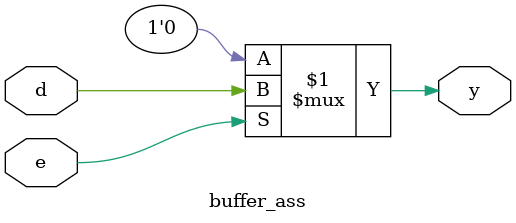
<source format=v>
module buffer_ass(
	input d,
	input e,
	output y);

assign y = e ? d : 1'b0;

endmodule

</source>
